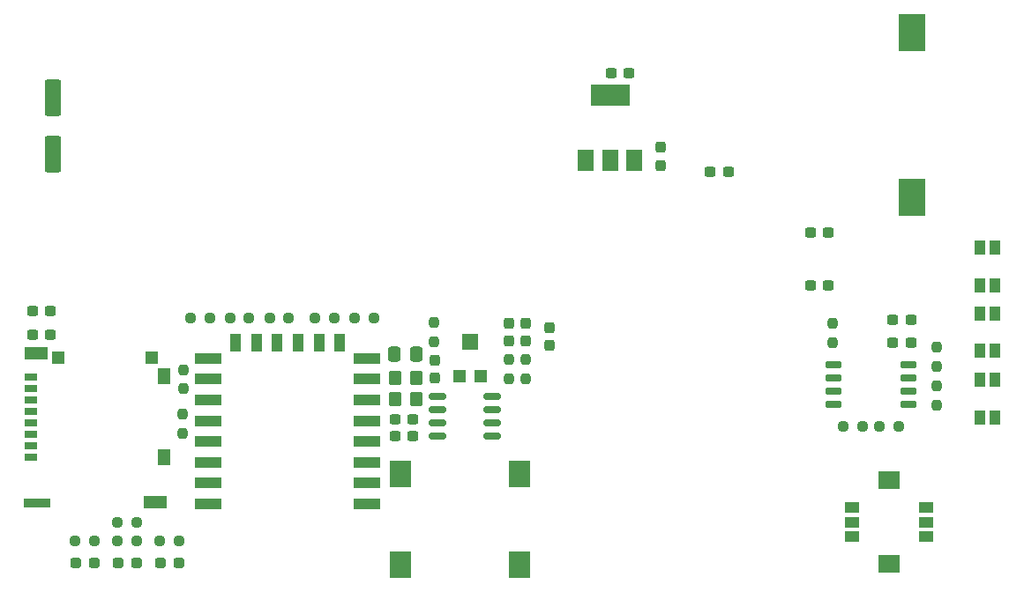
<source format=gbr>
%TF.GenerationSoftware,KiCad,Pcbnew,7.0.1*%
%TF.CreationDate,2023-04-16T22:16:48+10:00*%
%TF.ProjectId,XCopy Standalone,58436f70-7920-4537-9461-6e64616c6f6e,rev?*%
%TF.SameCoordinates,Original*%
%TF.FileFunction,Paste,Top*%
%TF.FilePolarity,Positive*%
%FSLAX46Y46*%
G04 Gerber Fmt 4.6, Leading zero omitted, Abs format (unit mm)*
G04 Created by KiCad (PCBNEW 7.0.1) date 2023-04-16 22:16:48*
%MOMM*%
%LPD*%
G01*
G04 APERTURE LIST*
G04 Aperture macros list*
%AMRoundRect*
0 Rectangle with rounded corners*
0 $1 Rounding radius*
0 $2 $3 $4 $5 $6 $7 $8 $9 X,Y pos of 4 corners*
0 Add a 4 corners polygon primitive as box body*
4,1,4,$2,$3,$4,$5,$6,$7,$8,$9,$2,$3,0*
0 Add four circle primitives for the rounded corners*
1,1,$1+$1,$2,$3*
1,1,$1+$1,$4,$5*
1,1,$1+$1,$6,$7*
1,1,$1+$1,$8,$9*
0 Add four rect primitives between the rounded corners*
20,1,$1+$1,$2,$3,$4,$5,0*
20,1,$1+$1,$4,$5,$6,$7,0*
20,1,$1+$1,$6,$7,$8,$9,0*
20,1,$1+$1,$8,$9,$2,$3,0*%
G04 Aperture macros list end*
%ADD10R,1.050000X1.400000*%
%ADD11RoundRect,0.237500X0.237500X-0.300000X0.237500X0.300000X-0.237500X0.300000X-0.237500X-0.300000X0*%
%ADD12RoundRect,0.237500X-0.250000X-0.237500X0.250000X-0.237500X0.250000X0.237500X-0.250000X0.237500X0*%
%ADD13RoundRect,0.237500X0.300000X0.237500X-0.300000X0.237500X-0.300000X-0.237500X0.300000X-0.237500X0*%
%ADD14RoundRect,0.237500X-0.287500X-0.237500X0.287500X-0.237500X0.287500X0.237500X-0.287500X0.237500X0*%
%ADD15RoundRect,0.150000X-0.650000X-0.150000X0.650000X-0.150000X0.650000X0.150000X-0.650000X0.150000X0*%
%ADD16RoundRect,0.237500X-0.237500X0.300000X-0.237500X-0.300000X0.237500X-0.300000X0.237500X0.300000X0*%
%ADD17RoundRect,0.237500X-0.300000X-0.237500X0.300000X-0.237500X0.300000X0.237500X-0.300000X0.237500X0*%
%ADD18RoundRect,0.237500X0.250000X0.237500X-0.250000X0.237500X-0.250000X-0.237500X0.250000X-0.237500X0*%
%ADD19R,2.500000X1.000000*%
%ADD20R,1.000000X1.800000*%
%ADD21RoundRect,0.250000X-0.337500X-0.475000X0.337500X-0.475000X0.337500X0.475000X-0.337500X0.475000X0*%
%ADD22RoundRect,0.237500X0.237500X-0.250000X0.237500X0.250000X-0.237500X0.250000X-0.237500X-0.250000X0*%
%ADD23RoundRect,0.250000X-0.550000X1.500000X-0.550000X-1.500000X0.550000X-1.500000X0.550000X1.500000X0*%
%ADD24RoundRect,0.237500X-0.237500X0.250000X-0.237500X-0.250000X0.237500X-0.250000X0.237500X0.250000X0*%
%ADD25RoundRect,0.250000X0.350000X0.450000X-0.350000X0.450000X-0.350000X-0.450000X0.350000X-0.450000X0*%
%ADD26R,1.350000X1.000000*%
%ADD27R,2.000000X1.800000*%
%ADD28RoundRect,0.150000X0.675000X0.150000X-0.675000X0.150000X-0.675000X-0.150000X0.675000X-0.150000X0*%
%ADD29R,1.240000X0.800000*%
%ADD30R,1.200000X1.160000*%
%ADD31R,2.500000X0.950000*%
%ADD32R,2.200000X1.150000*%
%ADD33R,1.150000X1.500000*%
%ADD34R,1.250000X1.160000*%
%ADD35R,1.500000X2.000000*%
%ADD36R,3.800000X2.000000*%
%ADD37R,1.200000X1.200000*%
%ADD38R,1.600000X1.500000*%
%ADD39R,2.000000X2.500000*%
%ADD40R,2.600000X3.600000*%
G04 APERTURE END LIST*
D10*
%TO.C,SW2*%
X142922200Y-93697200D03*
X142922200Y-90097200D03*
X144362200Y-93697200D03*
X144362200Y-90097200D03*
%TD*%
D11*
%TO.C,C12*%
X90598600Y-96290300D03*
X90598600Y-94565300D03*
%TD*%
D12*
%TO.C,R11*%
X60145900Y-110134400D03*
X61970900Y-110134400D03*
%TD*%
D13*
%TO.C,C5*%
X118800100Y-76456700D03*
X117075100Y-76456700D03*
%TD*%
D14*
%TO.C,D3*%
X60228400Y-114096800D03*
X61978400Y-114096800D03*
%TD*%
D13*
%TO.C,C16*%
X88540100Y-101904800D03*
X86815100Y-101904800D03*
%TD*%
D15*
%TO.C,U4*%
X128893200Y-95046800D03*
X128893200Y-96316800D03*
X128893200Y-97586800D03*
X128893200Y-98856800D03*
X136093200Y-98856800D03*
X136093200Y-97586800D03*
X136093200Y-96316800D03*
X136093200Y-95046800D03*
%TD*%
D13*
%TO.C,C11*%
X136321250Y-90728800D03*
X134596250Y-90728800D03*
%TD*%
D10*
%TO.C,SW4*%
X142922200Y-87398000D03*
X142922200Y-83798000D03*
X144362200Y-87398000D03*
X144362200Y-83798000D03*
%TD*%
D12*
%TO.C,R6*%
X56081900Y-111912400D03*
X57906900Y-111912400D03*
%TD*%
D11*
%TO.C,C6*%
X112318800Y-75843300D03*
X112318800Y-74118300D03*
%TD*%
D16*
%TO.C,C13*%
X99361600Y-91008900D03*
X99361600Y-92733900D03*
%TD*%
D17*
%TO.C,C7*%
X107544700Y-67005200D03*
X109269700Y-67005200D03*
%TD*%
D18*
%TO.C,R3*%
X76601300Y-90525600D03*
X74776300Y-90525600D03*
%TD*%
D19*
%TO.C,U2*%
X84101600Y-108394800D03*
X84101600Y-106394800D03*
X84101600Y-104394800D03*
X84101600Y-102394800D03*
X84101600Y-100394800D03*
X84101600Y-98394800D03*
X84101600Y-96394800D03*
X84101600Y-94394800D03*
D20*
X81501600Y-92894800D03*
X79501600Y-92894800D03*
X77501600Y-92894800D03*
X75501600Y-92894800D03*
X73501600Y-92894800D03*
X71501600Y-92894800D03*
D19*
X68901600Y-94394800D03*
X68901600Y-96394800D03*
X68901600Y-98394800D03*
X68901600Y-100394800D03*
X68901600Y-102394800D03*
X68901600Y-104394800D03*
X68901600Y-106394800D03*
X68901600Y-108394800D03*
%TD*%
D21*
%TO.C,C3*%
X86744900Y-94030800D03*
X88819900Y-94030800D03*
%TD*%
D13*
%TO.C,C15*%
X88540100Y-100253800D03*
X86815100Y-100253800D03*
%TD*%
D18*
%TO.C,R2*%
X80970100Y-90525600D03*
X79145100Y-90525600D03*
%TD*%
D22*
%TO.C,R17*%
X90573200Y-92809700D03*
X90573200Y-90984700D03*
%TD*%
D13*
%TO.C,C1*%
X128418100Y-82346800D03*
X126693100Y-82346800D03*
%TD*%
D11*
%TO.C,C14*%
X97710600Y-92733900D03*
X97710600Y-91008900D03*
%TD*%
D18*
%TO.C,R5*%
X69032100Y-90525600D03*
X67207100Y-90525600D03*
%TD*%
D22*
%TO.C,R13*%
X138785600Y-98905700D03*
X138785600Y-97080700D03*
%TD*%
D12*
%TO.C,R7*%
X64209900Y-111912400D03*
X66034900Y-111912400D03*
%TD*%
D16*
%TO.C,C17*%
X101647600Y-91441100D03*
X101647600Y-93166100D03*
%TD*%
D23*
%TO.C,C4*%
X54000400Y-69385200D03*
X54000400Y-74785200D03*
%TD*%
D10*
%TO.C,SW3*%
X142922200Y-100098000D03*
X142922200Y-96498000D03*
X144362200Y-100098000D03*
X144362200Y-96498000D03*
%TD*%
D22*
%TO.C,R16*%
X66443200Y-101598100D03*
X66443200Y-99773100D03*
%TD*%
D13*
%TO.C,C10*%
X136321250Y-92887800D03*
X134596250Y-92887800D03*
%TD*%
D18*
%TO.C,R1*%
X84780100Y-90525600D03*
X82955100Y-90525600D03*
%TD*%
D17*
%TO.C,C9*%
X52017100Y-89814400D03*
X53742100Y-89814400D03*
%TD*%
%TO.C,C8*%
X52017100Y-92100400D03*
X53742100Y-92100400D03*
%TD*%
D13*
%TO.C,C2*%
X128418100Y-87426800D03*
X126693100Y-87426800D03*
%TD*%
D24*
%TO.C,R8*%
X128794800Y-91060900D03*
X128794800Y-92885900D03*
%TD*%
D12*
%TO.C,R14*%
X60145900Y-111912400D03*
X61970900Y-111912400D03*
%TD*%
D25*
%TO.C,FB2*%
X88820600Y-98348800D03*
X86820600Y-98348800D03*
%TD*%
D26*
%TO.C,SW1*%
X130638600Y-108734400D03*
X130638600Y-110134400D03*
X130638600Y-111534400D03*
X137788600Y-108734400D03*
X137788600Y-110134400D03*
X137788600Y-111534400D03*
D27*
X134213600Y-106084400D03*
X134213600Y-114184400D03*
%TD*%
D24*
%TO.C,R10*%
X138785600Y-93321500D03*
X138785600Y-95146500D03*
%TD*%
D28*
%TO.C,U5*%
X96144600Y-101879400D03*
X96144600Y-100609400D03*
X96144600Y-99339400D03*
X96144600Y-98069400D03*
X90894600Y-98069400D03*
X90894600Y-99339400D03*
X90894600Y-100609400D03*
X90894600Y-101879400D03*
%TD*%
D12*
%TO.C,R9*%
X129848600Y-100914200D03*
X131673600Y-100914200D03*
%TD*%
%TO.C,R12*%
X133301100Y-100939600D03*
X135126100Y-100939600D03*
%TD*%
D24*
%TO.C,R19*%
X97710600Y-94514900D03*
X97710600Y-96339900D03*
%TD*%
D18*
%TO.C,R4*%
X72791300Y-90525600D03*
X70966300Y-90525600D03*
%TD*%
D25*
%TO.C,FB1*%
X88820600Y-96316800D03*
X86820600Y-96316800D03*
%TD*%
D22*
%TO.C,R15*%
X66494000Y-97330900D03*
X66494000Y-95505900D03*
%TD*%
D29*
%TO.C,J6*%
X51846600Y-103941200D03*
X51846600Y-102841200D03*
X51846600Y-101741200D03*
X51846600Y-100641200D03*
X51846600Y-99541200D03*
X51846600Y-98441200D03*
X51846600Y-97341200D03*
X51846600Y-96241200D03*
D30*
X63476600Y-94301200D03*
D31*
X52476600Y-108286200D03*
D32*
X52326600Y-93896200D03*
D33*
X64601600Y-96101200D03*
X64601600Y-103881200D03*
D32*
X63806600Y-108186200D03*
D34*
X54476600Y-94301200D03*
%TD*%
D35*
%TO.C,U3*%
X105142000Y-75387600D03*
X107442000Y-75387600D03*
D36*
X107442000Y-69087600D03*
D35*
X109742000Y-75387600D03*
%TD*%
D37*
%TO.C,RV1*%
X93027600Y-96084800D03*
D38*
X94027600Y-92834800D03*
D37*
X95027600Y-96084800D03*
%TD*%
D14*
%TO.C,D1*%
X56164400Y-114096800D03*
X57914400Y-114096800D03*
%TD*%
D24*
%TO.C,R18*%
X99361600Y-94514900D03*
X99361600Y-96339900D03*
%TD*%
D14*
%TO.C,D2*%
X64292400Y-114096800D03*
X66042400Y-114096800D03*
%TD*%
D39*
%TO.C,LS1*%
X98711600Y-114255800D03*
X87311600Y-114255800D03*
X98711600Y-105555800D03*
X87311600Y-105555800D03*
%TD*%
D40*
%TO.C,BT1*%
X136448800Y-63119200D03*
X136448800Y-78919200D03*
%TD*%
M02*

</source>
